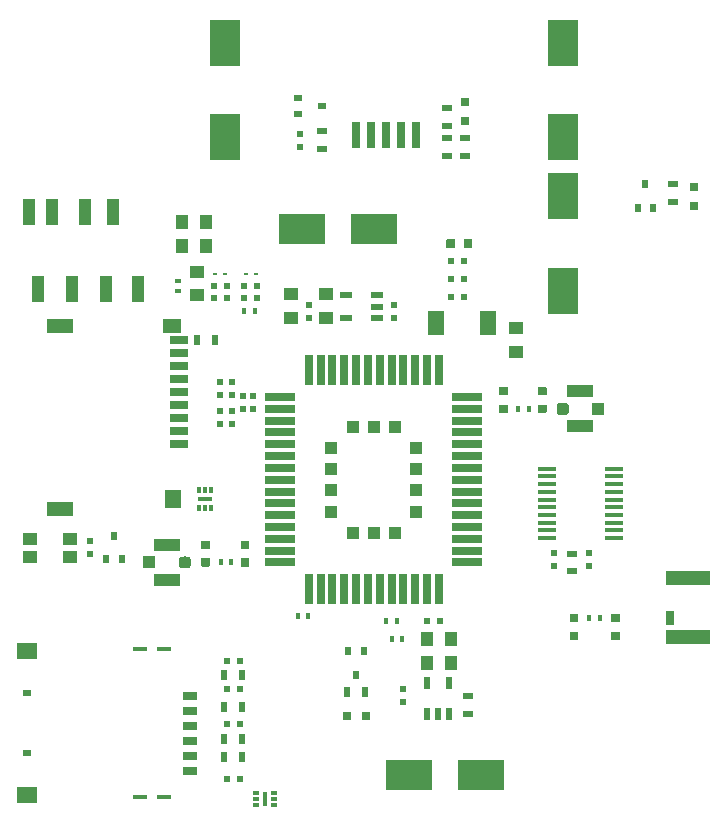
<source format=gtp>
G04 #@! TF.GenerationSoftware,KiCad,Pcbnew,5.1.2-f72e74a~84~ubuntu18.04.1*
G04 #@! TF.CreationDate,2019-06-22T18:56:12+05:30*
G04 #@! TF.ProjectId,mc60,6d633630-2e6b-4696-9361-645f70636258,rev?*
G04 #@! TF.SameCoordinates,PX41cdb40PY7bfa480*
G04 #@! TF.FileFunction,Paste,Top*
G04 #@! TF.FilePolarity,Positive*
%FSLAX46Y46*%
G04 Gerber Fmt 4.6, Leading zero omitted, Abs format (unit mm)*
G04 Created by KiCad (PCBNEW 5.1.2-f72e74a~84~ubuntu18.04.1) date 2019-06-22 18:56:12*
%MOMM*%
%LPD*%
G04 APERTURE LIST*
%ADD10R,1.200000X1.100000*%
%ADD11R,0.500000X0.700000*%
%ADD12R,0.500000X0.600000*%
%ADD13R,0.400000X0.600000*%
%ADD14R,0.600000X0.400000*%
%ADD15R,4.000000X2.500000*%
%ADD16R,2.500000X4.000000*%
%ADD17R,1.250000X1.000000*%
%ADD18R,2.500000X0.700000*%
%ADD19R,0.700000X2.500000*%
%ADD20R,1.100000X1.100000*%
%ADD21R,3.800000X1.150000*%
%ADD22R,0.750000X1.200000*%
%ADD23R,0.600000X0.500000*%
%ADD24C,0.508000*%
%ADD25C,0.700000*%
%ADD26R,1.000000X1.250000*%
%ADD27R,1.600000X0.700000*%
%ADD28R,1.600000X1.200000*%
%ADD29R,2.200000X1.200000*%
%ADD30R,1.400000X1.600000*%
%ADD31R,1.150000X0.650000*%
%ADD32R,1.300000X0.450000*%
%ADD33R,1.700000X1.400000*%
%ADD34R,0.800000X0.540000*%
%ADD35R,1.000000X2.300000*%
%ADD36R,0.300000X0.630000*%
%ADD37R,0.800000X0.800000*%
%ADD38R,0.450000X1.300000*%
%ADD39R,0.630000X0.300000*%
%ADD40R,0.360000X0.250000*%
%ADD41R,1.400000X2.000000*%
%ADD42R,0.700000X0.500000*%
%ADD43R,0.500000X0.900000*%
%ADD44R,0.900000X0.500000*%
%ADD45R,1.600000X0.350000*%
%ADD46R,0.760000X2.200000*%
%ADD47R,0.600000X1.100000*%
%ADD48R,1.100000X0.600000*%
%ADD49C,1.000000*%
%ADD50R,1.000000X1.000000*%
%ADD51R,2.200000X1.050000*%
G04 APERTURE END LIST*
D10*
X5300000Y23500000D03*
X1900000Y23500000D03*
X5300000Y25000000D03*
X1900000Y25000000D03*
D11*
X9000000Y25250000D03*
X9650000Y23250000D03*
X8350000Y23250000D03*
D12*
X7000000Y23700000D03*
X7000000Y24800000D03*
D13*
X43200000Y36000000D03*
X44100000Y36000000D03*
X18950000Y23000000D03*
X18050000Y23000000D03*
X49250000Y18270000D03*
X50150000Y18270000D03*
X24550000Y18500000D03*
X25450000Y18500000D03*
X32050000Y18000000D03*
X32950000Y18000000D03*
X32500000Y16500000D03*
X33400000Y16500000D03*
D14*
X14400000Y45950000D03*
X14400000Y46850000D03*
D15*
X40050000Y5000000D03*
X33950000Y5000000D03*
X24950000Y51200000D03*
X31050000Y51200000D03*
D16*
X47000000Y46000000D03*
X47000000Y54000000D03*
X18400000Y67000000D03*
X18400000Y59000000D03*
X47000000Y67000000D03*
X47000000Y59000000D03*
D17*
X43050000Y40850000D03*
X43050000Y42850000D03*
D18*
X23100000Y37000000D03*
X23100000Y36000000D03*
X23100000Y35000000D03*
X23100000Y34000000D03*
X23100000Y33000000D03*
X23100000Y32000000D03*
X23100000Y31000000D03*
X23100000Y30000000D03*
X23100000Y29000000D03*
X23100000Y28000000D03*
X23100000Y27000000D03*
X23100000Y26000000D03*
X23100000Y25000000D03*
X23100000Y24000000D03*
X23100000Y23000000D03*
D19*
X25500000Y20750000D03*
X26500000Y20750000D03*
X27500000Y20750000D03*
X28500000Y20750000D03*
X29500000Y20750000D03*
X30500000Y20750000D03*
X31500000Y20750000D03*
X32500000Y20750000D03*
X33500000Y20750000D03*
X34500000Y20750000D03*
X35500000Y20750000D03*
X36500000Y20750000D03*
D18*
X38900000Y23000000D03*
X38900000Y24000000D03*
X38900000Y25000000D03*
X38900000Y26000000D03*
X38900000Y27000000D03*
X38900000Y28000000D03*
X38900000Y29000000D03*
X38900000Y30000000D03*
X38900000Y31000000D03*
X38900000Y32000000D03*
X38900000Y33000000D03*
X38900000Y34000000D03*
X38900000Y35000000D03*
X38900000Y36000000D03*
X38900000Y37000000D03*
D19*
X36500000Y39250000D03*
X35500000Y39250000D03*
X34500000Y39250000D03*
X33500000Y39250000D03*
X32500000Y39250000D03*
X31500000Y39250000D03*
X30500000Y39250000D03*
X29500000Y39250000D03*
X28500000Y39250000D03*
X27500000Y39250000D03*
X26500000Y39250000D03*
X25500000Y39250000D03*
D20*
X34600000Y32700000D03*
X34600000Y30900000D03*
X34600000Y27300000D03*
X34600000Y29100000D03*
X32800000Y25500000D03*
X31000000Y25500000D03*
X29200000Y25500000D03*
X27400000Y27300000D03*
X27400000Y29100000D03*
X27400000Y30900000D03*
X27400000Y32700000D03*
X29200000Y34500000D03*
X31000000Y34500000D03*
X32800000Y34500000D03*
D21*
X57600000Y16700000D03*
X57600000Y21700000D03*
D22*
X56075000Y18275000D03*
D23*
X19650000Y14650000D03*
X18550000Y14650000D03*
D24*
G36*
X48261861Y17119663D02*
G01*
X48268656Y17118655D01*
X48275320Y17116986D01*
X48281788Y17114672D01*
X48287998Y17111734D01*
X48293890Y17108203D01*
X48299408Y17104111D01*
X48304497Y17099497D01*
X48309111Y17094408D01*
X48313203Y17088890D01*
X48316734Y17082998D01*
X48319672Y17076788D01*
X48321986Y17070320D01*
X48323655Y17063656D01*
X48324663Y17056861D01*
X48325000Y17050000D01*
X48325000Y16490000D01*
X48324663Y16483139D01*
X48323655Y16476344D01*
X48321986Y16469680D01*
X48319672Y16463212D01*
X48316734Y16457002D01*
X48313203Y16451110D01*
X48309111Y16445592D01*
X48304497Y16440503D01*
X48299408Y16435889D01*
X48293890Y16431797D01*
X48287998Y16428266D01*
X48281788Y16425328D01*
X48275320Y16423014D01*
X48268656Y16421345D01*
X48261861Y16420337D01*
X48255000Y16420000D01*
X47645000Y16420000D01*
X47638139Y16420337D01*
X47631344Y16421345D01*
X47624680Y16423014D01*
X47618212Y16425328D01*
X47612002Y16428266D01*
X47606110Y16431797D01*
X47600592Y16435889D01*
X47595503Y16440503D01*
X47590889Y16445592D01*
X47586797Y16451110D01*
X47583266Y16457002D01*
X47580328Y16463212D01*
X47578014Y16469680D01*
X47576345Y16476344D01*
X47575337Y16483139D01*
X47575000Y16490000D01*
X47575000Y17050000D01*
X47575337Y17056861D01*
X47576345Y17063656D01*
X47578014Y17070320D01*
X47580328Y17076788D01*
X47583266Y17082998D01*
X47586797Y17088890D01*
X47590889Y17094408D01*
X47595503Y17099497D01*
X47600592Y17104111D01*
X47606110Y17108203D01*
X47612002Y17111734D01*
X47618212Y17114672D01*
X47624680Y17116986D01*
X47631344Y17118655D01*
X47638139Y17119663D01*
X47645000Y17120000D01*
X48255000Y17120000D01*
X48261861Y17119663D01*
X48261861Y17119663D01*
G37*
D25*
X47950000Y16770000D03*
D24*
G36*
X48261861Y18619663D02*
G01*
X48268656Y18618655D01*
X48275320Y18616986D01*
X48281788Y18614672D01*
X48287998Y18611734D01*
X48293890Y18608203D01*
X48299408Y18604111D01*
X48304497Y18599497D01*
X48309111Y18594408D01*
X48313203Y18588890D01*
X48316734Y18582998D01*
X48319672Y18576788D01*
X48321986Y18570320D01*
X48323655Y18563656D01*
X48324663Y18556861D01*
X48325000Y18550000D01*
X48325000Y17990000D01*
X48324663Y17983139D01*
X48323655Y17976344D01*
X48321986Y17969680D01*
X48319672Y17963212D01*
X48316734Y17957002D01*
X48313203Y17951110D01*
X48309111Y17945592D01*
X48304497Y17940503D01*
X48299408Y17935889D01*
X48293890Y17931797D01*
X48287998Y17928266D01*
X48281788Y17925328D01*
X48275320Y17923014D01*
X48268656Y17921345D01*
X48261861Y17920337D01*
X48255000Y17920000D01*
X47645000Y17920000D01*
X47638139Y17920337D01*
X47631344Y17921345D01*
X47624680Y17923014D01*
X47618212Y17925328D01*
X47612002Y17928266D01*
X47606110Y17931797D01*
X47600592Y17935889D01*
X47595503Y17940503D01*
X47590889Y17945592D01*
X47586797Y17951110D01*
X47583266Y17957002D01*
X47580328Y17963212D01*
X47578014Y17969680D01*
X47576345Y17976344D01*
X47575337Y17983139D01*
X47575000Y17990000D01*
X47575000Y18550000D01*
X47575337Y18556861D01*
X47576345Y18563656D01*
X47578014Y18570320D01*
X47580328Y18576788D01*
X47583266Y18582998D01*
X47586797Y18588890D01*
X47590889Y18594408D01*
X47595503Y18599497D01*
X47600592Y18604111D01*
X47606110Y18608203D01*
X47612002Y18611734D01*
X47618212Y18614672D01*
X47624680Y18616986D01*
X47631344Y18618655D01*
X47638139Y18619663D01*
X47645000Y18620000D01*
X48255000Y18620000D01*
X48261861Y18619663D01*
X48261861Y18619663D01*
G37*
D25*
X47950000Y18270000D03*
D24*
G36*
X42311861Y37849663D02*
G01*
X42318656Y37848655D01*
X42325320Y37846986D01*
X42331788Y37844672D01*
X42337998Y37841734D01*
X42343890Y37838203D01*
X42349408Y37834111D01*
X42354497Y37829497D01*
X42359111Y37824408D01*
X42363203Y37818890D01*
X42366734Y37812998D01*
X42369672Y37806788D01*
X42371986Y37800320D01*
X42373655Y37793656D01*
X42374663Y37786861D01*
X42375000Y37780000D01*
X42375000Y37220000D01*
X42374663Y37213139D01*
X42373655Y37206344D01*
X42371986Y37199680D01*
X42369672Y37193212D01*
X42366734Y37187002D01*
X42363203Y37181110D01*
X42359111Y37175592D01*
X42354497Y37170503D01*
X42349408Y37165889D01*
X42343890Y37161797D01*
X42337998Y37158266D01*
X42331788Y37155328D01*
X42325320Y37153014D01*
X42318656Y37151345D01*
X42311861Y37150337D01*
X42305000Y37150000D01*
X41695000Y37150000D01*
X41688139Y37150337D01*
X41681344Y37151345D01*
X41674680Y37153014D01*
X41668212Y37155328D01*
X41662002Y37158266D01*
X41656110Y37161797D01*
X41650592Y37165889D01*
X41645503Y37170503D01*
X41640889Y37175592D01*
X41636797Y37181110D01*
X41633266Y37187002D01*
X41630328Y37193212D01*
X41628014Y37199680D01*
X41626345Y37206344D01*
X41625337Y37213139D01*
X41625000Y37220000D01*
X41625000Y37780000D01*
X41625337Y37786861D01*
X41626345Y37793656D01*
X41628014Y37800320D01*
X41630328Y37806788D01*
X41633266Y37812998D01*
X41636797Y37818890D01*
X41640889Y37824408D01*
X41645503Y37829497D01*
X41650592Y37834111D01*
X41656110Y37838203D01*
X41662002Y37841734D01*
X41668212Y37844672D01*
X41674680Y37846986D01*
X41681344Y37848655D01*
X41688139Y37849663D01*
X41695000Y37850000D01*
X42305000Y37850000D01*
X42311861Y37849663D01*
X42311861Y37849663D01*
G37*
D25*
X42000000Y37500000D03*
D24*
G36*
X42311861Y36349663D02*
G01*
X42318656Y36348655D01*
X42325320Y36346986D01*
X42331788Y36344672D01*
X42337998Y36341734D01*
X42343890Y36338203D01*
X42349408Y36334111D01*
X42354497Y36329497D01*
X42359111Y36324408D01*
X42363203Y36318890D01*
X42366734Y36312998D01*
X42369672Y36306788D01*
X42371986Y36300320D01*
X42373655Y36293656D01*
X42374663Y36286861D01*
X42375000Y36280000D01*
X42375000Y35720000D01*
X42374663Y35713139D01*
X42373655Y35706344D01*
X42371986Y35699680D01*
X42369672Y35693212D01*
X42366734Y35687002D01*
X42363203Y35681110D01*
X42359111Y35675592D01*
X42354497Y35670503D01*
X42349408Y35665889D01*
X42343890Y35661797D01*
X42337998Y35658266D01*
X42331788Y35655328D01*
X42325320Y35653014D01*
X42318656Y35651345D01*
X42311861Y35650337D01*
X42305000Y35650000D01*
X41695000Y35650000D01*
X41688139Y35650337D01*
X41681344Y35651345D01*
X41674680Y35653014D01*
X41668212Y35655328D01*
X41662002Y35658266D01*
X41656110Y35661797D01*
X41650592Y35665889D01*
X41645503Y35670503D01*
X41640889Y35675592D01*
X41636797Y35681110D01*
X41633266Y35687002D01*
X41630328Y35693212D01*
X41628014Y35699680D01*
X41626345Y35706344D01*
X41625337Y35713139D01*
X41625000Y35720000D01*
X41625000Y36280000D01*
X41625337Y36286861D01*
X41626345Y36293656D01*
X41628014Y36300320D01*
X41630328Y36306788D01*
X41633266Y36312998D01*
X41636797Y36318890D01*
X41640889Y36324408D01*
X41645503Y36329497D01*
X41650592Y36334111D01*
X41656110Y36338203D01*
X41662002Y36341734D01*
X41668212Y36344672D01*
X41674680Y36346986D01*
X41681344Y36348655D01*
X41688139Y36349663D01*
X41695000Y36350000D01*
X42305000Y36350000D01*
X42311861Y36349663D01*
X42311861Y36349663D01*
G37*
D25*
X42000000Y36000000D03*
D24*
G36*
X45561861Y37849663D02*
G01*
X45568656Y37848655D01*
X45575320Y37846986D01*
X45581788Y37844672D01*
X45587998Y37841734D01*
X45593890Y37838203D01*
X45599408Y37834111D01*
X45604497Y37829497D01*
X45609111Y37824408D01*
X45613203Y37818890D01*
X45616734Y37812998D01*
X45619672Y37806788D01*
X45621986Y37800320D01*
X45623655Y37793656D01*
X45624663Y37786861D01*
X45625000Y37780000D01*
X45625000Y37220000D01*
X45624663Y37213139D01*
X45623655Y37206344D01*
X45621986Y37199680D01*
X45619672Y37193212D01*
X45616734Y37187002D01*
X45613203Y37181110D01*
X45609111Y37175592D01*
X45604497Y37170503D01*
X45599408Y37165889D01*
X45593890Y37161797D01*
X45587998Y37158266D01*
X45581788Y37155328D01*
X45575320Y37153014D01*
X45568656Y37151345D01*
X45561861Y37150337D01*
X45555000Y37150000D01*
X44945000Y37150000D01*
X44938139Y37150337D01*
X44931344Y37151345D01*
X44924680Y37153014D01*
X44918212Y37155328D01*
X44912002Y37158266D01*
X44906110Y37161797D01*
X44900592Y37165889D01*
X44895503Y37170503D01*
X44890889Y37175592D01*
X44886797Y37181110D01*
X44883266Y37187002D01*
X44880328Y37193212D01*
X44878014Y37199680D01*
X44876345Y37206344D01*
X44875337Y37213139D01*
X44875000Y37220000D01*
X44875000Y37780000D01*
X44875337Y37786861D01*
X44876345Y37793656D01*
X44878014Y37800320D01*
X44880328Y37806788D01*
X44883266Y37812998D01*
X44886797Y37818890D01*
X44890889Y37824408D01*
X44895503Y37829497D01*
X44900592Y37834111D01*
X44906110Y37838203D01*
X44912002Y37841734D01*
X44918212Y37844672D01*
X44924680Y37846986D01*
X44931344Y37848655D01*
X44938139Y37849663D01*
X44945000Y37850000D01*
X45555000Y37850000D01*
X45561861Y37849663D01*
X45561861Y37849663D01*
G37*
D25*
X45250000Y37500000D03*
D24*
G36*
X45561861Y36349663D02*
G01*
X45568656Y36348655D01*
X45575320Y36346986D01*
X45581788Y36344672D01*
X45587998Y36341734D01*
X45593890Y36338203D01*
X45599408Y36334111D01*
X45604497Y36329497D01*
X45609111Y36324408D01*
X45613203Y36318890D01*
X45616734Y36312998D01*
X45619672Y36306788D01*
X45621986Y36300320D01*
X45623655Y36293656D01*
X45624663Y36286861D01*
X45625000Y36280000D01*
X45625000Y35720000D01*
X45624663Y35713139D01*
X45623655Y35706344D01*
X45621986Y35699680D01*
X45619672Y35693212D01*
X45616734Y35687002D01*
X45613203Y35681110D01*
X45609111Y35675592D01*
X45604497Y35670503D01*
X45599408Y35665889D01*
X45593890Y35661797D01*
X45587998Y35658266D01*
X45581788Y35655328D01*
X45575320Y35653014D01*
X45568656Y35651345D01*
X45561861Y35650337D01*
X45555000Y35650000D01*
X44945000Y35650000D01*
X44938139Y35650337D01*
X44931344Y35651345D01*
X44924680Y35653014D01*
X44918212Y35655328D01*
X44912002Y35658266D01*
X44906110Y35661797D01*
X44900592Y35665889D01*
X44895503Y35670503D01*
X44890889Y35675592D01*
X44886797Y35681110D01*
X44883266Y35687002D01*
X44880328Y35693212D01*
X44878014Y35699680D01*
X44876345Y35706344D01*
X44875337Y35713139D01*
X44875000Y35720000D01*
X44875000Y36280000D01*
X44875337Y36286861D01*
X44876345Y36293656D01*
X44878014Y36300320D01*
X44880328Y36306788D01*
X44883266Y36312998D01*
X44886797Y36318890D01*
X44890889Y36324408D01*
X44895503Y36329497D01*
X44900592Y36334111D01*
X44906110Y36338203D01*
X44912002Y36341734D01*
X44918212Y36344672D01*
X44924680Y36346986D01*
X44931344Y36348655D01*
X44938139Y36349663D01*
X44945000Y36350000D01*
X45555000Y36350000D01*
X45561861Y36349663D01*
X45561861Y36349663D01*
G37*
D25*
X45250000Y36000000D03*
D24*
G36*
X20411861Y24849663D02*
G01*
X20418656Y24848655D01*
X20425320Y24846986D01*
X20431788Y24844672D01*
X20437998Y24841734D01*
X20443890Y24838203D01*
X20449408Y24834111D01*
X20454497Y24829497D01*
X20459111Y24824408D01*
X20463203Y24818890D01*
X20466734Y24812998D01*
X20469672Y24806788D01*
X20471986Y24800320D01*
X20473655Y24793656D01*
X20474663Y24786861D01*
X20475000Y24780000D01*
X20475000Y24220000D01*
X20474663Y24213139D01*
X20473655Y24206344D01*
X20471986Y24199680D01*
X20469672Y24193212D01*
X20466734Y24187002D01*
X20463203Y24181110D01*
X20459111Y24175592D01*
X20454497Y24170503D01*
X20449408Y24165889D01*
X20443890Y24161797D01*
X20437998Y24158266D01*
X20431788Y24155328D01*
X20425320Y24153014D01*
X20418656Y24151345D01*
X20411861Y24150337D01*
X20405000Y24150000D01*
X19795000Y24150000D01*
X19788139Y24150337D01*
X19781344Y24151345D01*
X19774680Y24153014D01*
X19768212Y24155328D01*
X19762002Y24158266D01*
X19756110Y24161797D01*
X19750592Y24165889D01*
X19745503Y24170503D01*
X19740889Y24175592D01*
X19736797Y24181110D01*
X19733266Y24187002D01*
X19730328Y24193212D01*
X19728014Y24199680D01*
X19726345Y24206344D01*
X19725337Y24213139D01*
X19725000Y24220000D01*
X19725000Y24780000D01*
X19725337Y24786861D01*
X19726345Y24793656D01*
X19728014Y24800320D01*
X19730328Y24806788D01*
X19733266Y24812998D01*
X19736797Y24818890D01*
X19740889Y24824408D01*
X19745503Y24829497D01*
X19750592Y24834111D01*
X19756110Y24838203D01*
X19762002Y24841734D01*
X19768212Y24844672D01*
X19774680Y24846986D01*
X19781344Y24848655D01*
X19788139Y24849663D01*
X19795000Y24850000D01*
X20405000Y24850000D01*
X20411861Y24849663D01*
X20411861Y24849663D01*
G37*
D25*
X20100000Y24500000D03*
D24*
G36*
X20411861Y23349663D02*
G01*
X20418656Y23348655D01*
X20425320Y23346986D01*
X20431788Y23344672D01*
X20437998Y23341734D01*
X20443890Y23338203D01*
X20449408Y23334111D01*
X20454497Y23329497D01*
X20459111Y23324408D01*
X20463203Y23318890D01*
X20466734Y23312998D01*
X20469672Y23306788D01*
X20471986Y23300320D01*
X20473655Y23293656D01*
X20474663Y23286861D01*
X20475000Y23280000D01*
X20475000Y22720000D01*
X20474663Y22713139D01*
X20473655Y22706344D01*
X20471986Y22699680D01*
X20469672Y22693212D01*
X20466734Y22687002D01*
X20463203Y22681110D01*
X20459111Y22675592D01*
X20454497Y22670503D01*
X20449408Y22665889D01*
X20443890Y22661797D01*
X20437998Y22658266D01*
X20431788Y22655328D01*
X20425320Y22653014D01*
X20418656Y22651345D01*
X20411861Y22650337D01*
X20405000Y22650000D01*
X19795000Y22650000D01*
X19788139Y22650337D01*
X19781344Y22651345D01*
X19774680Y22653014D01*
X19768212Y22655328D01*
X19762002Y22658266D01*
X19756110Y22661797D01*
X19750592Y22665889D01*
X19745503Y22670503D01*
X19740889Y22675592D01*
X19736797Y22681110D01*
X19733266Y22687002D01*
X19730328Y22693212D01*
X19728014Y22699680D01*
X19726345Y22706344D01*
X19725337Y22713139D01*
X19725000Y22720000D01*
X19725000Y23280000D01*
X19725337Y23286861D01*
X19726345Y23293656D01*
X19728014Y23300320D01*
X19730328Y23306788D01*
X19733266Y23312998D01*
X19736797Y23318890D01*
X19740889Y23324408D01*
X19745503Y23329497D01*
X19750592Y23334111D01*
X19756110Y23338203D01*
X19762002Y23341734D01*
X19768212Y23344672D01*
X19774680Y23346986D01*
X19781344Y23348655D01*
X19788139Y23349663D01*
X19795000Y23350000D01*
X20405000Y23350000D01*
X20411861Y23349663D01*
X20411861Y23349663D01*
G37*
D25*
X20100000Y23000000D03*
D24*
G36*
X17061861Y24849663D02*
G01*
X17068656Y24848655D01*
X17075320Y24846986D01*
X17081788Y24844672D01*
X17087998Y24841734D01*
X17093890Y24838203D01*
X17099408Y24834111D01*
X17104497Y24829497D01*
X17109111Y24824408D01*
X17113203Y24818890D01*
X17116734Y24812998D01*
X17119672Y24806788D01*
X17121986Y24800320D01*
X17123655Y24793656D01*
X17124663Y24786861D01*
X17125000Y24780000D01*
X17125000Y24220000D01*
X17124663Y24213139D01*
X17123655Y24206344D01*
X17121986Y24199680D01*
X17119672Y24193212D01*
X17116734Y24187002D01*
X17113203Y24181110D01*
X17109111Y24175592D01*
X17104497Y24170503D01*
X17099408Y24165889D01*
X17093890Y24161797D01*
X17087998Y24158266D01*
X17081788Y24155328D01*
X17075320Y24153014D01*
X17068656Y24151345D01*
X17061861Y24150337D01*
X17055000Y24150000D01*
X16445000Y24150000D01*
X16438139Y24150337D01*
X16431344Y24151345D01*
X16424680Y24153014D01*
X16418212Y24155328D01*
X16412002Y24158266D01*
X16406110Y24161797D01*
X16400592Y24165889D01*
X16395503Y24170503D01*
X16390889Y24175592D01*
X16386797Y24181110D01*
X16383266Y24187002D01*
X16380328Y24193212D01*
X16378014Y24199680D01*
X16376345Y24206344D01*
X16375337Y24213139D01*
X16375000Y24220000D01*
X16375000Y24780000D01*
X16375337Y24786861D01*
X16376345Y24793656D01*
X16378014Y24800320D01*
X16380328Y24806788D01*
X16383266Y24812998D01*
X16386797Y24818890D01*
X16390889Y24824408D01*
X16395503Y24829497D01*
X16400592Y24834111D01*
X16406110Y24838203D01*
X16412002Y24841734D01*
X16418212Y24844672D01*
X16424680Y24846986D01*
X16431344Y24848655D01*
X16438139Y24849663D01*
X16445000Y24850000D01*
X17055000Y24850000D01*
X17061861Y24849663D01*
X17061861Y24849663D01*
G37*
D25*
X16750000Y24500000D03*
D24*
G36*
X17061861Y23349663D02*
G01*
X17068656Y23348655D01*
X17075320Y23346986D01*
X17081788Y23344672D01*
X17087998Y23341734D01*
X17093890Y23338203D01*
X17099408Y23334111D01*
X17104497Y23329497D01*
X17109111Y23324408D01*
X17113203Y23318890D01*
X17116734Y23312998D01*
X17119672Y23306788D01*
X17121986Y23300320D01*
X17123655Y23293656D01*
X17124663Y23286861D01*
X17125000Y23280000D01*
X17125000Y22720000D01*
X17124663Y22713139D01*
X17123655Y22706344D01*
X17121986Y22699680D01*
X17119672Y22693212D01*
X17116734Y22687002D01*
X17113203Y22681110D01*
X17109111Y22675592D01*
X17104497Y22670503D01*
X17099408Y22665889D01*
X17093890Y22661797D01*
X17087998Y22658266D01*
X17081788Y22655328D01*
X17075320Y22653014D01*
X17068656Y22651345D01*
X17061861Y22650337D01*
X17055000Y22650000D01*
X16445000Y22650000D01*
X16438139Y22650337D01*
X16431344Y22651345D01*
X16424680Y22653014D01*
X16418212Y22655328D01*
X16412002Y22658266D01*
X16406110Y22661797D01*
X16400592Y22665889D01*
X16395503Y22670503D01*
X16390889Y22675592D01*
X16386797Y22681110D01*
X16383266Y22687002D01*
X16380328Y22693212D01*
X16378014Y22699680D01*
X16376345Y22706344D01*
X16375337Y22713139D01*
X16375000Y22720000D01*
X16375000Y23280000D01*
X16375337Y23286861D01*
X16376345Y23293656D01*
X16378014Y23300320D01*
X16380328Y23306788D01*
X16383266Y23312998D01*
X16386797Y23318890D01*
X16390889Y23324408D01*
X16395503Y23329497D01*
X16400592Y23334111D01*
X16406110Y23338203D01*
X16412002Y23341734D01*
X16418212Y23344672D01*
X16424680Y23346986D01*
X16431344Y23348655D01*
X16438139Y23349663D01*
X16445000Y23350000D01*
X17055000Y23350000D01*
X17061861Y23349663D01*
X17061861Y23349663D01*
G37*
D25*
X16750000Y23000000D03*
D24*
G36*
X51761861Y17119663D02*
G01*
X51768656Y17118655D01*
X51775320Y17116986D01*
X51781788Y17114672D01*
X51787998Y17111734D01*
X51793890Y17108203D01*
X51799408Y17104111D01*
X51804497Y17099497D01*
X51809111Y17094408D01*
X51813203Y17088890D01*
X51816734Y17082998D01*
X51819672Y17076788D01*
X51821986Y17070320D01*
X51823655Y17063656D01*
X51824663Y17056861D01*
X51825000Y17050000D01*
X51825000Y16490000D01*
X51824663Y16483139D01*
X51823655Y16476344D01*
X51821986Y16469680D01*
X51819672Y16463212D01*
X51816734Y16457002D01*
X51813203Y16451110D01*
X51809111Y16445592D01*
X51804497Y16440503D01*
X51799408Y16435889D01*
X51793890Y16431797D01*
X51787998Y16428266D01*
X51781788Y16425328D01*
X51775320Y16423014D01*
X51768656Y16421345D01*
X51761861Y16420337D01*
X51755000Y16420000D01*
X51145000Y16420000D01*
X51138139Y16420337D01*
X51131344Y16421345D01*
X51124680Y16423014D01*
X51118212Y16425328D01*
X51112002Y16428266D01*
X51106110Y16431797D01*
X51100592Y16435889D01*
X51095503Y16440503D01*
X51090889Y16445592D01*
X51086797Y16451110D01*
X51083266Y16457002D01*
X51080328Y16463212D01*
X51078014Y16469680D01*
X51076345Y16476344D01*
X51075337Y16483139D01*
X51075000Y16490000D01*
X51075000Y17050000D01*
X51075337Y17056861D01*
X51076345Y17063656D01*
X51078014Y17070320D01*
X51080328Y17076788D01*
X51083266Y17082998D01*
X51086797Y17088890D01*
X51090889Y17094408D01*
X51095503Y17099497D01*
X51100592Y17104111D01*
X51106110Y17108203D01*
X51112002Y17111734D01*
X51118212Y17114672D01*
X51124680Y17116986D01*
X51131344Y17118655D01*
X51138139Y17119663D01*
X51145000Y17120000D01*
X51755000Y17120000D01*
X51761861Y17119663D01*
X51761861Y17119663D01*
G37*
D25*
X51450000Y16770000D03*
D24*
G36*
X51761861Y18619663D02*
G01*
X51768656Y18618655D01*
X51775320Y18616986D01*
X51781788Y18614672D01*
X51787998Y18611734D01*
X51793890Y18608203D01*
X51799408Y18604111D01*
X51804497Y18599497D01*
X51809111Y18594408D01*
X51813203Y18588890D01*
X51816734Y18582998D01*
X51819672Y18576788D01*
X51821986Y18570320D01*
X51823655Y18563656D01*
X51824663Y18556861D01*
X51825000Y18550000D01*
X51825000Y17990000D01*
X51824663Y17983139D01*
X51823655Y17976344D01*
X51821986Y17969680D01*
X51819672Y17963212D01*
X51816734Y17957002D01*
X51813203Y17951110D01*
X51809111Y17945592D01*
X51804497Y17940503D01*
X51799408Y17935889D01*
X51793890Y17931797D01*
X51787998Y17928266D01*
X51781788Y17925328D01*
X51775320Y17923014D01*
X51768656Y17921345D01*
X51761861Y17920337D01*
X51755000Y17920000D01*
X51145000Y17920000D01*
X51138139Y17920337D01*
X51131344Y17921345D01*
X51124680Y17923014D01*
X51118212Y17925328D01*
X51112002Y17928266D01*
X51106110Y17931797D01*
X51100592Y17935889D01*
X51095503Y17940503D01*
X51090889Y17945592D01*
X51086797Y17951110D01*
X51083266Y17957002D01*
X51080328Y17963212D01*
X51078014Y17969680D01*
X51076345Y17976344D01*
X51075337Y17983139D01*
X51075000Y17990000D01*
X51075000Y18550000D01*
X51075337Y18556861D01*
X51076345Y18563656D01*
X51078014Y18570320D01*
X51080328Y18576788D01*
X51083266Y18582998D01*
X51086797Y18588890D01*
X51090889Y18594408D01*
X51095503Y18599497D01*
X51100592Y18604111D01*
X51106110Y18608203D01*
X51112002Y18611734D01*
X51118212Y18614672D01*
X51124680Y18616986D01*
X51131344Y18618655D01*
X51138139Y18619663D01*
X51145000Y18620000D01*
X51755000Y18620000D01*
X51761861Y18619663D01*
X51761861Y18619663D01*
G37*
D25*
X51450000Y18270000D03*
D26*
X16800000Y51800000D03*
X14800000Y51800000D03*
X16800000Y49800000D03*
X14800000Y49800000D03*
D17*
X16000000Y45600000D03*
X16000000Y47600000D03*
D24*
G36*
X37786861Y50374663D02*
G01*
X37793656Y50373655D01*
X37800320Y50371986D01*
X37806788Y50369672D01*
X37812998Y50366734D01*
X37818890Y50363203D01*
X37824408Y50359111D01*
X37829497Y50354497D01*
X37834111Y50349408D01*
X37838203Y50343890D01*
X37841734Y50337998D01*
X37844672Y50331788D01*
X37846986Y50325320D01*
X37848655Y50318656D01*
X37849663Y50311861D01*
X37850000Y50305000D01*
X37850000Y49695000D01*
X37849663Y49688139D01*
X37848655Y49681344D01*
X37846986Y49674680D01*
X37844672Y49668212D01*
X37841734Y49662002D01*
X37838203Y49656110D01*
X37834111Y49650592D01*
X37829497Y49645503D01*
X37824408Y49640889D01*
X37818890Y49636797D01*
X37812998Y49633266D01*
X37806788Y49630328D01*
X37800320Y49628014D01*
X37793656Y49626345D01*
X37786861Y49625337D01*
X37780000Y49625000D01*
X37220000Y49625000D01*
X37213139Y49625337D01*
X37206344Y49626345D01*
X37199680Y49628014D01*
X37193212Y49630328D01*
X37187002Y49633266D01*
X37181110Y49636797D01*
X37175592Y49640889D01*
X37170503Y49645503D01*
X37165889Y49650592D01*
X37161797Y49656110D01*
X37158266Y49662002D01*
X37155328Y49668212D01*
X37153014Y49674680D01*
X37151345Y49681344D01*
X37150337Y49688139D01*
X37150000Y49695000D01*
X37150000Y50305000D01*
X37150337Y50311861D01*
X37151345Y50318656D01*
X37153014Y50325320D01*
X37155328Y50331788D01*
X37158266Y50337998D01*
X37161797Y50343890D01*
X37165889Y50349408D01*
X37170503Y50354497D01*
X37175592Y50359111D01*
X37181110Y50363203D01*
X37187002Y50366734D01*
X37193212Y50369672D01*
X37199680Y50371986D01*
X37206344Y50373655D01*
X37213139Y50374663D01*
X37220000Y50375000D01*
X37780000Y50375000D01*
X37786861Y50374663D01*
X37786861Y50374663D01*
G37*
D25*
X37500000Y50000000D03*
D24*
G36*
X39286861Y50374663D02*
G01*
X39293656Y50373655D01*
X39300320Y50371986D01*
X39306788Y50369672D01*
X39312998Y50366734D01*
X39318890Y50363203D01*
X39324408Y50359111D01*
X39329497Y50354497D01*
X39334111Y50349408D01*
X39338203Y50343890D01*
X39341734Y50337998D01*
X39344672Y50331788D01*
X39346986Y50325320D01*
X39348655Y50318656D01*
X39349663Y50311861D01*
X39350000Y50305000D01*
X39350000Y49695000D01*
X39349663Y49688139D01*
X39348655Y49681344D01*
X39346986Y49674680D01*
X39344672Y49668212D01*
X39341734Y49662002D01*
X39338203Y49656110D01*
X39334111Y49650592D01*
X39329497Y49645503D01*
X39324408Y49640889D01*
X39318890Y49636797D01*
X39312998Y49633266D01*
X39306788Y49630328D01*
X39300320Y49628014D01*
X39293656Y49626345D01*
X39286861Y49625337D01*
X39280000Y49625000D01*
X38720000Y49625000D01*
X38713139Y49625337D01*
X38706344Y49626345D01*
X38699680Y49628014D01*
X38693212Y49630328D01*
X38687002Y49633266D01*
X38681110Y49636797D01*
X38675592Y49640889D01*
X38670503Y49645503D01*
X38665889Y49650592D01*
X38661797Y49656110D01*
X38658266Y49662002D01*
X38655328Y49668212D01*
X38653014Y49674680D01*
X38651345Y49681344D01*
X38650337Y49688139D01*
X38650000Y49695000D01*
X38650000Y50305000D01*
X38650337Y50311861D01*
X38651345Y50318656D01*
X38653014Y50325320D01*
X38655328Y50331788D01*
X38658266Y50337998D01*
X38661797Y50343890D01*
X38665889Y50349408D01*
X38670503Y50354497D01*
X38675592Y50359111D01*
X38681110Y50363203D01*
X38687002Y50366734D01*
X38693212Y50369672D01*
X38699680Y50371986D01*
X38706344Y50373655D01*
X38713139Y50374663D01*
X38720000Y50375000D01*
X39280000Y50375000D01*
X39286861Y50374663D01*
X39286861Y50374663D01*
G37*
D25*
X39000000Y50000000D03*
D26*
X35500000Y14500000D03*
X37500000Y14500000D03*
X35500000Y16500000D03*
X37500000Y16500000D03*
D17*
X26936000Y43700000D03*
X26936000Y45700000D03*
X24000000Y43700000D03*
X24000000Y45700000D03*
D27*
X14500000Y33000000D03*
X14500000Y34100000D03*
X14500000Y35200000D03*
X14500000Y36300000D03*
X14500000Y37400000D03*
X14500000Y38500000D03*
X14500000Y39600000D03*
X14500000Y40700000D03*
X14500000Y41800000D03*
D28*
X13900000Y43000000D03*
D29*
X4400000Y43000000D03*
X4400000Y27500000D03*
D30*
X14000000Y28400000D03*
D31*
X15400000Y5380000D03*
X15400000Y6650000D03*
X15400000Y7920000D03*
X15400000Y11730000D03*
X15400000Y10460000D03*
X15400000Y9190000D03*
D32*
X11230000Y3135000D03*
X13230000Y3135000D03*
X11230000Y15665000D03*
X13230000Y15665000D03*
D33*
X1670000Y3295000D03*
X1670000Y15505000D03*
D34*
X1670000Y11940000D03*
X1670000Y6860000D03*
D35*
X1850000Y52665000D03*
X3750000Y52665000D03*
X6550000Y52665000D03*
X11060000Y46135000D03*
X2610000Y46135000D03*
X5460000Y46135000D03*
X8310000Y46135000D03*
X8900000Y52665000D03*
D32*
X16700000Y28400000D03*
D36*
X17200000Y27640000D03*
X16700000Y27640000D03*
X16200000Y27640000D03*
X16200000Y29160000D03*
X16700000Y29160000D03*
X17200000Y29160000D03*
D37*
X58100000Y53200000D03*
X58100000Y54800000D03*
X28700000Y10000000D03*
X30300000Y10000000D03*
D38*
X21750000Y3000000D03*
D39*
X22510000Y3500000D03*
X22510000Y3000000D03*
X22510000Y2500000D03*
X20990000Y2500000D03*
X20990000Y3000000D03*
X20990000Y3500000D03*
D40*
X21020000Y47400000D03*
X20180000Y47400000D03*
X18420000Y47400000D03*
X17580000Y47400000D03*
D41*
X40700000Y43250000D03*
X36300000Y43250000D03*
D37*
X38700000Y62000000D03*
X38700000Y60400000D03*
D11*
X54000000Y55000000D03*
X54650000Y53000000D03*
X53350000Y53000000D03*
X29500000Y13500000D03*
X28850000Y15500000D03*
X30150000Y15500000D03*
D42*
X26594000Y61654000D03*
X24594000Y61004000D03*
X24594000Y62304000D03*
D43*
X16050000Y41800000D03*
X17550000Y41800000D03*
X19850000Y6500000D03*
X18350000Y6500000D03*
X19850000Y8050000D03*
X18350000Y8050000D03*
X19850000Y13450000D03*
X18350000Y13450000D03*
D44*
X56300000Y55000000D03*
X56300000Y53500000D03*
D43*
X30250000Y12000000D03*
X28750000Y12000000D03*
X19850000Y10750000D03*
X18350000Y10750000D03*
D44*
X47750000Y22250000D03*
X47750000Y23750000D03*
X26610000Y59500000D03*
X26610000Y58000000D03*
X37200000Y58950000D03*
X37200000Y57450000D03*
X38699999Y58950000D03*
X38699999Y57450000D03*
X37200000Y61450000D03*
X37200000Y59950000D03*
X39000000Y11700000D03*
X39000000Y10200000D03*
D45*
X51300000Y30925000D03*
X51300000Y30275000D03*
X51300000Y29625000D03*
X51300000Y28975000D03*
X51300000Y28325000D03*
X51300000Y27675000D03*
X51300000Y27025000D03*
X51300000Y26375000D03*
X51300000Y25725000D03*
X51300000Y25075000D03*
X45700000Y25075000D03*
X45700000Y25725000D03*
X45700000Y26375000D03*
X45700000Y27025000D03*
X45700000Y27675000D03*
X45700000Y28325000D03*
X45700000Y28975000D03*
X45700000Y29625000D03*
X45700000Y30275000D03*
X45700000Y30925000D03*
D46*
X34540000Y59200000D03*
X33270000Y59200000D03*
X32000000Y59200000D03*
X30730000Y59200000D03*
X29460000Y59200000D03*
D47*
X35500000Y12800000D03*
X37400000Y12800000D03*
X37400000Y10200000D03*
X36450000Y10200000D03*
X35500000Y10200000D03*
D48*
X28684000Y43700000D03*
X28684000Y45600000D03*
X31284000Y45600000D03*
X31284000Y44650000D03*
X31284000Y43700000D03*
D23*
X19650000Y12250000D03*
X18550000Y12250000D03*
X19650000Y9300000D03*
X18550000Y9300000D03*
X18550000Y4650000D03*
X19650000Y4650000D03*
X21150000Y46400000D03*
X20050000Y46400000D03*
X21150000Y45400000D03*
X20050000Y45400000D03*
D12*
X46250000Y23800000D03*
X46250000Y22700000D03*
X49250000Y23800000D03*
X49250000Y22700000D03*
X18000000Y37200000D03*
X18000000Y38300000D03*
X19000000Y37200000D03*
X19000000Y38300000D03*
X19900000Y35950000D03*
X19900000Y37050000D03*
X20800000Y35950000D03*
X20800000Y37050000D03*
D23*
X18550000Y46400000D03*
X17450000Y46400000D03*
X18550000Y45400000D03*
X17450000Y45400000D03*
D12*
X18000000Y34700000D03*
X18000000Y35800000D03*
X19000000Y34700000D03*
X19000000Y35800000D03*
X24750000Y58200000D03*
X24750000Y59300000D03*
D23*
X37500000Y48500000D03*
X38600000Y48500000D03*
X37500000Y47000000D03*
X38600000Y47000000D03*
X37500000Y45500000D03*
X38600000Y45500000D03*
D12*
X33500000Y11200000D03*
X33500000Y12300000D03*
D23*
X35500000Y18000000D03*
X36600000Y18000000D03*
D12*
X32750000Y43700000D03*
X32750000Y44800000D03*
X25500000Y43700000D03*
X25500000Y44800000D03*
D24*
G36*
X47274504Y36498796D02*
G01*
X47298773Y36495196D01*
X47322571Y36489235D01*
X47345671Y36480970D01*
X47367849Y36470480D01*
X47388893Y36457867D01*
X47408598Y36443253D01*
X47426777Y36426777D01*
X47443253Y36408598D01*
X47457867Y36388893D01*
X47470480Y36367849D01*
X47480970Y36345671D01*
X47489235Y36322571D01*
X47495196Y36298773D01*
X47498796Y36274504D01*
X47500000Y36250000D01*
X47500000Y35750000D01*
X47498796Y35725496D01*
X47495196Y35701227D01*
X47489235Y35677429D01*
X47480970Y35654329D01*
X47470480Y35632151D01*
X47457867Y35611107D01*
X47443253Y35591402D01*
X47426777Y35573223D01*
X47408598Y35556747D01*
X47388893Y35542133D01*
X47367849Y35529520D01*
X47345671Y35519030D01*
X47322571Y35510765D01*
X47298773Y35504804D01*
X47274504Y35501204D01*
X47250000Y35500000D01*
X46750000Y35500000D01*
X46725496Y35501204D01*
X46701227Y35504804D01*
X46677429Y35510765D01*
X46654329Y35519030D01*
X46632151Y35529520D01*
X46611107Y35542133D01*
X46591402Y35556747D01*
X46573223Y35573223D01*
X46556747Y35591402D01*
X46542133Y35611107D01*
X46529520Y35632151D01*
X46519030Y35654329D01*
X46510765Y35677429D01*
X46504804Y35701227D01*
X46501204Y35725496D01*
X46500000Y35750000D01*
X46500000Y36250000D01*
X46501204Y36274504D01*
X46504804Y36298773D01*
X46510765Y36322571D01*
X46519030Y36345671D01*
X46529520Y36367849D01*
X46542133Y36388893D01*
X46556747Y36408598D01*
X46573223Y36426777D01*
X46591402Y36443253D01*
X46611107Y36457867D01*
X46632151Y36470480D01*
X46654329Y36480970D01*
X46677429Y36489235D01*
X46701227Y36495196D01*
X46725496Y36498796D01*
X46750000Y36500000D01*
X47250000Y36500000D01*
X47274504Y36498796D01*
X47274504Y36498796D01*
G37*
D49*
X47000000Y36000000D03*
D50*
X50000000Y36000000D03*
D51*
X48500000Y34525000D03*
X48500000Y37475000D03*
D24*
G36*
X15274504Y23498796D02*
G01*
X15298773Y23495196D01*
X15322571Y23489235D01*
X15345671Y23480970D01*
X15367849Y23470480D01*
X15388893Y23457867D01*
X15408598Y23443253D01*
X15426777Y23426777D01*
X15443253Y23408598D01*
X15457867Y23388893D01*
X15470480Y23367849D01*
X15480970Y23345671D01*
X15489235Y23322571D01*
X15495196Y23298773D01*
X15498796Y23274504D01*
X15500000Y23250000D01*
X15500000Y22750000D01*
X15498796Y22725496D01*
X15495196Y22701227D01*
X15489235Y22677429D01*
X15480970Y22654329D01*
X15470480Y22632151D01*
X15457867Y22611107D01*
X15443253Y22591402D01*
X15426777Y22573223D01*
X15408598Y22556747D01*
X15388893Y22542133D01*
X15367849Y22529520D01*
X15345671Y22519030D01*
X15322571Y22510765D01*
X15298773Y22504804D01*
X15274504Y22501204D01*
X15250000Y22500000D01*
X14750000Y22500000D01*
X14725496Y22501204D01*
X14701227Y22504804D01*
X14677429Y22510765D01*
X14654329Y22519030D01*
X14632151Y22529520D01*
X14611107Y22542133D01*
X14591402Y22556747D01*
X14573223Y22573223D01*
X14556747Y22591402D01*
X14542133Y22611107D01*
X14529520Y22632151D01*
X14519030Y22654329D01*
X14510765Y22677429D01*
X14504804Y22701227D01*
X14501204Y22725496D01*
X14500000Y22750000D01*
X14500000Y23250000D01*
X14501204Y23274504D01*
X14504804Y23298773D01*
X14510765Y23322571D01*
X14519030Y23345671D01*
X14529520Y23367849D01*
X14542133Y23388893D01*
X14556747Y23408598D01*
X14573223Y23426777D01*
X14591402Y23443253D01*
X14611107Y23457867D01*
X14632151Y23470480D01*
X14654329Y23480970D01*
X14677429Y23489235D01*
X14701227Y23495196D01*
X14725496Y23498796D01*
X14750000Y23500000D01*
X15250000Y23500000D01*
X15274504Y23498796D01*
X15274504Y23498796D01*
G37*
D49*
X15000000Y23000000D03*
D50*
X12000000Y23000000D03*
D51*
X13500000Y24475000D03*
X13500000Y21525000D03*
D13*
X20950000Y44250000D03*
X20050000Y44250000D03*
M02*

</source>
